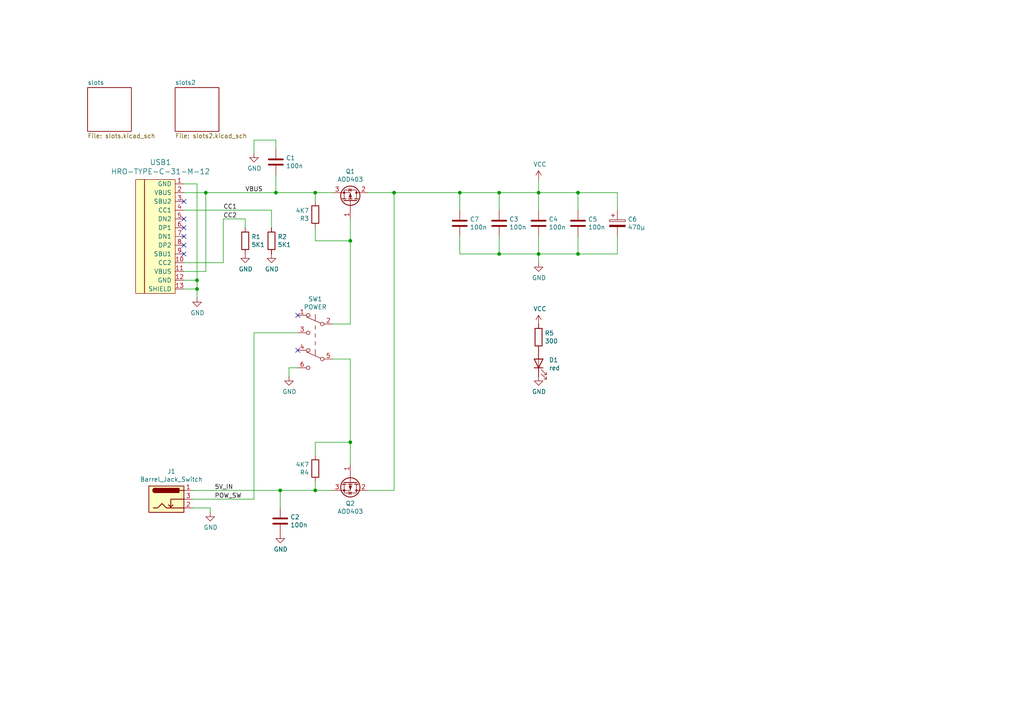
<source format=kicad_sch>
(kicad_sch (version 20230121) (generator eeschema)
  (paper "A4")
  (title_block (title "Mini8086 backplane") (rev "2.1"))
  (lib_symbols
    (symbol "Connector:Barrel_Jack_Switch" (pin_names hide)
      (property "Reference" "J" (at 0 5.334 0))
      (property "Value" "Barrel_Jack_Switch" (at 0 -5.08 0))
      (symbol "Barrel_Jack_Switch_0_1"
        (rectangle (start -5.08 3.81) (end 5.08 -3.81) (stroke (width 0.254)) (fill (type background)))
        (arc (start -3.302 3.175) (mid -3.9343 2.54) (end -3.302 1.905) (stroke (width 0.254)))
        (arc (start -3.302 3.175) (mid -3.9343 2.54) (end -3.302 1.905) (stroke (width 0.254)) (fill (type outline)))
        (polyline (pts (xy 1.27 -2.286) (xy 1.905 -1.651)) (stroke (width 0.254)))
        (polyline (pts (xy 5.08 2.54) (xy 3.81 2.54)) (stroke (width 0.254)))
        (polyline (pts (xy 5.08 0) (xy 1.27 0) (xy 1.27 -2.286) (xy 0.635 -1.651)) (stroke (width 0.254)))
        (polyline (pts (xy -3.81 -2.54) (xy -2.54 -2.54) (xy -1.27 -1.27) (xy 0 -2.54) (xy 2.54 -2.54) (xy 5.08 -2.54)) (stroke (width 0.254)))
        (rectangle (start 3.683 3.175) (end -3.302 1.905) (stroke (width 0.254)) (fill (type outline)))
      )
      (symbol "Barrel_Jack_Switch_1_1"
        (pin passive line (at 7.62 2.54 180) (length 2.54) (name "~") (number "1"))
        (pin passive line (at 7.62 -2.54 180) (length 2.54) (name "~") (number "2"))
        (pin passive line (at 7.62 0 180) (length 2.54) (name "~") (number "3"))
      )
    )
    (symbol "Device:C" (pin_numbers hide) (pin_names (offset 0.254))
      (property "Reference" "C" (at 0.635 2.54 0))
      (property "Value" "C" (at 0.635 -2.54 0))
      (symbol "C_0_1"
        (polyline (pts (xy -2.032 -0.762) (xy 2.032 -0.762)) (stroke (width 0.508)))
        (polyline (pts (xy -2.032 0.762) (xy 2.032 0.762)) (stroke (width 0.508)))
      )
      (symbol "C_1_1"
        (pin passive line (at 0 3.81 270) (length 2.794) (name "~") (number "1"))
        (pin passive line (at 0 -3.81 90) (length 2.794) (name "~") (number "2"))
      )
    )
    (symbol "Device:LED" (pin_numbers hide) (pin_names (offset 1.016) hide)
      (property "Reference" "D" (at 0 2.54 0))
      (property "Value" "LED" (at 0 -2.54 0))
      (symbol "LED_0_1"
        (polyline (pts (xy -1.27 -1.27) (xy -1.27 1.27)) (stroke (width 0.254)))
        (polyline (pts (xy -1.27 0) (xy 1.27 0)))
        (polyline (pts (xy 1.27 -1.27) (xy 1.27 1.27) (xy -1.27 0) (xy 1.27 -1.27)) (stroke (width 0.254)))
        (polyline (pts (xy -3.048 -0.762) (xy -4.572 -2.286) (xy -3.81 -2.286) (xy -4.572 -2.286) (xy -4.572 -1.524)))
        (polyline (pts (xy -1.778 -0.762) (xy -3.302 -2.286) (xy -2.54 -2.286) (xy -3.302 -2.286) (xy -3.302 -1.524)))
      )
      (symbol "LED_1_1"
        (pin passive line (at -3.81 0 0) (length 2.54) (name "K") (number "1"))
        (pin passive line (at 3.81 0 180) (length 2.54) (name "A") (number "2"))
      )
    )
    (symbol "Device:R" (pin_numbers hide) (pin_names (offset 0))
      (property "Reference" "R" (at 2.032 0 90))
      (property "Value" "R" (at 0 0 90))
      (symbol "R_0_1"
        (rectangle (start -1.016 -2.54) (end 1.016 2.54) (stroke (width 0.254)))
      )
      (symbol "R_1_1"
        (pin passive line (at 0 3.81 270) (length 1.27) (name "~") (number "1"))
        (pin passive line (at 0 -3.81 90) (length 1.27) (name "~") (number "2"))
      )
    )
    (symbol "Switch:SW_Push_DPDT" (pin_names (offset 0) hide)
      (property "Reference" "SW" (at 0 8.89 0))
      (property "Value" "SW_Push_DPDT" (at 0 -10.16 0))
      (symbol "SW_Push_DPDT_0_0"
        (circle (center -2.032 -5.08) (radius 0.508))
        (circle (center -2.032 5.08) (radius 0.508))
        (circle (center 2.032 -7.62) (radius 0.508))
        (circle (center 2.032 2.54) (radius 0.508))
      )
      (symbol "SW_Push_DPDT_0_1"
        (polyline (pts (xy -1.524 -4.826) (xy 2.54 -3.048)))
        (polyline (pts (xy -1.524 5.334) (xy 2.54 7.112)))
        (polyline (pts (xy 0 -2.286) (xy 0 -4.064)))
        (polyline (pts (xy 0 -1.016) (xy 0 0)))
        (polyline (pts (xy 0 1.27) (xy 0 2.286)))
        (polyline (pts (xy 0 3.556) (xy 0 4.572)))
        (polyline (pts (xy 0 7.874) (xy 0 6.096)))
        (circle (center 2.032 -2.54) (radius 0.508))
        (circle (center 2.032 7.62) (radius 0.508))
      )
      (symbol "SW_Push_DPDT_1_1"
        (pin passive line (at 5.08 7.62 180) (length 2.54) (name "A") (number "1"))
        (pin passive line (at -5.08 5.08 0) (length 2.54) (name "B") (number "2"))
        (pin passive line (at 5.08 2.54 180) (length 2.54) (name "C") (number "3"))
        (pin passive line (at 5.08 -2.54 180) (length 2.54) (name "A") (number "4"))
        (pin passive line (at -5.08 -5.08 0) (length 2.54) (name "B") (number "5"))
        (pin passive line (at 5.08 -7.62 180) (length 2.54) (name "C") (number "6"))
      )
    )
    (symbol "Transistor_FET:QM6015D" (pin_names hide)
      (property "Reference" "Q" (at 5.08 1.905 0))
      (property "Value" "QM6015D" (at 5.08 0 0))
      (symbol "QM6015D_0_1"
        (polyline (pts (xy 0.254 0) (xy -2.54 0)))
        (polyline (pts (xy 0.254 1.905) (xy 0.254 -1.905)) (stroke (width 0.254)))
        (polyline (pts (xy 0.762 -1.27) (xy 0.762 -2.286)) (stroke (width 0.254)))
        (polyline (pts (xy 0.762 0.508) (xy 0.762 -0.508)) (stroke (width 0.254)))
        (polyline (pts (xy 0.762 2.286) (xy 0.762 1.27)) (stroke (width 0.254)))
        (polyline (pts (xy 2.54 2.54) (xy 2.54 1.778)))
        (polyline (pts (xy 2.54 -2.54) (xy 2.54 0) (xy 0.762 0)))
        (polyline (pts (xy 0.762 1.778) (xy 3.302 1.778) (xy 3.302 -1.778) (xy 0.762 -1.778)))
        (polyline (pts (xy 2.286 0) (xy 1.27 0.381) (xy 1.27 -0.381) (xy 2.286 0)) (fill (type outline)))
        (polyline (pts (xy 2.794 -0.508) (xy 2.921 -0.381) (xy 3.683 -0.381) (xy 3.81 -0.254)))
        (polyline (pts (xy 3.302 -0.381) (xy 2.921 0.254) (xy 3.683 0.254) (xy 3.302 -0.381)))
        (circle (center 1.651 0) (radius 2.794) (stroke (width 0.254)))
        (circle (center 2.54 -1.778) (radius 0.254) (fill (type outline)))
        (circle (center 2.54 1.778) (radius 0.254) (fill (type outline)))
      )
      (symbol "QM6015D_1_1"
        (pin passive line (at -5.08 0 0) (length 2.54) (name "G") (number "1"))
        (pin passive line (at 2.54 5.08 270) (length 2.54) (name "D") (number "2"))
        (pin passive line (at 2.54 -5.08 90) (length 2.54) (name "S") (number "3"))
      )
    )
    (symbol "backplane-rescue:CP-Device" (pin_numbers hide) (pin_names (offset 0.254))
      (property "Reference" "C" (at 0.635 2.54 0))
      (property "Value" "Device_CP" (at 0.635 -2.54 0))
      (symbol "CP-Device_0_1"
        (rectangle (start -2.286 0.508) (end 2.286 1.016))
        (polyline (pts (xy -1.778 2.286) (xy -0.762 2.286)))
        (polyline (pts (xy -1.27 2.794) (xy -1.27 1.778)))
        (rectangle (start 2.286 -0.508) (end -2.286 -1.016) (fill (type outline)))
      )
      (symbol "CP-Device_1_1"
        (pin passive line (at 0 3.81 270) (length 2.794) (name "~") (number "1"))
        (pin passive line (at 0 -3.81 90) (length 2.794) (name "~") (number "2"))
      )
    )
    (symbol "backplane-rescue:HRO-TYPE-C-31-M-12-Type-C" (pin_names (offset 1.016))
      (property "Reference" "USB" (at -5.08 16.51 0))
      (property "Value" "HRO-TYPE-C-31-M-12-Type-C" (at -10.16 -1.27 90))
      (symbol "HRO-TYPE-C-31-M-12-Type-C_0_1"
        (rectangle (start -11.43 15.24) (end -8.89 -17.78) (fill (type background)))
        (rectangle (start 0 -17.78) (end -8.89 15.24) (fill (type background)))
      )
      (symbol "HRO-TYPE-C-31-M-12-Type-C_1_1"
        (pin input line (at 2.54 13.97 180) (length 2.54) (name "GND") (number "1"))
        (pin input line (at 2.54 -8.89 180) (length 2.54) (name "CC2") (number "10"))
        (pin input line (at 2.54 -11.43 180) (length 2.54) (name "VBUS") (number "11"))
        (pin input line (at 2.54 -13.97 180) (length 2.54) (name "GND") (number "12"))
        (pin input line (at 2.54 -16.51 180) (length 2.54) (name "SHIELD") (number "13"))
        (pin input line (at 2.54 11.43 180) (length 2.54) (name "VBUS") (number "2"))
        (pin input line (at 2.54 8.89 180) (length 2.54) (name "SBU2") (number "3"))
        (pin input line (at 2.54 6.35 180) (length 2.54) (name "CC1") (number "4"))
        (pin input line (at 2.54 3.81 180) (length 2.54) (name "DN2") (number "5"))
        (pin input line (at 2.54 1.27 180) (length 2.54) (name "DP1") (number "6"))
        (pin input line (at 2.54 -1.27 180) (length 2.54) (name "DN1") (number "7"))
        (pin input line (at 2.54 -3.81 180) (length 2.54) (name "DP2") (number "8"))
        (pin input line (at 2.54 -6.35 180) (length 2.54) (name "SBU1") (number "9"))
      )
    )
    (symbol "power:GND" (power) (pin_names (offset 0))
      (property "Value" "GND" (at 0 -3.81 0))
      (symbol "GND_0_1"
        (polyline (pts (xy 0 0) (xy 0 -1.27) (xy 1.27 -1.27) (xy 0 -2.54) (xy -1.27 -1.27) (xy 0 -1.27)))
      )
      (symbol "GND_1_1"
        (pin power_in line (at 0 0 270) (length 0) hide (name "GND") (number "1"))
      )
    )
    (symbol "power:VCC" (power) (pin_names (offset 0))
      (property "Value" "VCC" (at 0 3.81 0))
      (symbol "VCC_0_1"
        (polyline (pts (xy -0.762 1.27) (xy 0 2.54)))
        (polyline (pts (xy 0 0) (xy 0 2.54)))
        (polyline (pts (xy 0 2.54) (xy 0.762 1.27)))
      )
      (symbol "VCC_1_1"
        (pin power_in line (at 0 0 90) (length 0) hide (name "VCC") (number "1"))
      )
    )
  )
  (junction (at 59.69 55.88))
  (junction (at 156.21 73.66))
  (junction (at 80.01 55.88))
  (junction (at 57.15 81.28))
  (junction (at 167.64 73.66))
  (junction (at 156.21 55.88))
  (junction (at 144.78 55.88))
  (junction (at 57.15 83.82))
  (junction (at 114.3 55.88))
  (junction (at 101.6 69.85))
  (junction (at 133.35 55.88))
  (junction (at 167.64 55.88))
  (junction (at 91.44 55.88))
  (junction (at 81.28 142.24))
  (junction (at 144.78 73.66))
  (junction (at 91.44 142.24))
  (junction (at 101.6 128.27))
  (no_connect (at 86.36 101.6))
  (no_connect (at 86.36 91.44))
  (no_connect (at 53.34 71.12))
  (no_connect (at 53.34 63.5))
  (no_connect (at 53.34 66.04))
  (no_connect (at 53.34 68.58))
  (no_connect (at 53.34 73.66))
  (no_connect (at 53.34 58.42))
  (wire (pts (xy 101.6 134.62) (xy 101.6 128.27)))
  (wire (pts (xy 144.78 55.88) (xy 133.35 55.88)))
  (wire (pts (xy 64.77 76.2) (xy 64.77 63.5)))
  (wire (pts (xy 101.6 69.85) (xy 101.6 63.5)))
  (wire (pts (xy 80.01 40.64) (xy 73.66 40.64)))
  (wire (pts (xy 71.12 63.5) (xy 71.12 66.04)))
  (wire (pts (xy 101.6 128.27) (xy 91.44 128.27)))
  (wire (pts (xy 59.69 55.88) (xy 80.01 55.88)))
  (wire (pts (xy 60.96 147.32) (xy 60.96 148.59)))
  (wire (pts (xy 55.88 144.78) (xy 73.66 144.78)))
  (wire (pts (xy 83.82 106.68) (xy 83.82 109.22)))
  (wire (pts (xy 80.01 55.88) (xy 91.44 55.88)))
  (wire (pts (xy 78.74 60.96) (xy 78.74 66.04)))
  (wire (pts (xy 55.88 142.24) (xy 81.28 142.24)))
  (wire (pts (xy 59.69 78.74) (xy 59.69 55.88)))
  (wire (pts (xy 57.15 53.34) (xy 53.34 53.34)))
  (wire (pts (xy 144.78 60.96) (xy 144.78 55.88)))
  (wire (pts (xy 80.01 55.88) (xy 80.01 50.8)))
  (wire (pts (xy 91.44 128.27) (xy 91.44 132.08)))
  (wire (pts (xy 91.44 58.42) (xy 91.44 55.88)))
  (wire (pts (xy 133.35 73.66) (xy 133.35 68.58)))
  (wire (pts (xy 156.21 68.58) (xy 156.21 73.66)))
  (wire (pts (xy 57.15 83.82) (xy 53.34 83.82)))
  (wire (pts (xy 55.88 147.32) (xy 60.96 147.32)))
  (wire (pts (xy 144.78 68.58) (xy 144.78 73.66)))
  (wire (pts (xy 179.07 55.88) (xy 167.64 55.88)))
  (wire (pts (xy 57.15 81.28) (xy 57.15 83.82)))
  (wire (pts (xy 53.34 55.88) (xy 59.69 55.88)))
  (wire (pts (xy 179.07 73.66) (xy 167.64 73.66)))
  (wire (pts (xy 144.78 73.66) (xy 156.21 73.66)))
  (wire (pts (xy 91.44 66.04) (xy 91.44 69.85)))
  (wire (pts (xy 167.64 55.88) (xy 156.21 55.88)))
  (wire (pts (xy 64.77 63.5) (xy 71.12 63.5)))
  (wire (pts (xy 156.21 73.66) (xy 156.21 76.2)))
  (wire (pts (xy 179.07 68.58) (xy 179.07 73.66)))
  (wire (pts (xy 106.68 142.24) (xy 114.3 142.24)))
  (wire (pts (xy 156.21 73.66) (xy 167.64 73.66)))
  (wire (pts (xy 53.34 78.74) (xy 59.69 78.74)))
  (wire (pts (xy 156.21 60.96) (xy 156.21 55.88)))
  (wire (pts (xy 156.21 55.88) (xy 156.21 52.07)))
  (wire (pts (xy 81.28 147.32) (xy 81.28 142.24)))
  (wire (pts (xy 86.36 106.68) (xy 83.82 106.68)))
  (wire (pts (xy 73.66 96.52) (xy 86.36 96.52)))
  (wire (pts (xy 91.44 142.24) (xy 96.52 142.24)))
  (wire (pts (xy 73.66 144.78) (xy 73.66 96.52)))
  (wire (pts (xy 53.34 60.96) (xy 78.74 60.96)))
  (wire (pts (xy 96.52 104.14) (xy 101.6 104.14)))
  (wire (pts (xy 144.78 55.88) (xy 156.21 55.88)))
  (wire (pts (xy 167.64 73.66) (xy 167.64 68.58)))
  (wire (pts (xy 96.52 93.98) (xy 101.6 93.98)))
  (wire (pts (xy 133.35 55.88) (xy 114.3 55.88)))
  (wire (pts (xy 167.64 60.96) (xy 167.64 55.88)))
  (wire (pts (xy 57.15 86.36) (xy 57.15 83.82)))
  (wire (pts (xy 91.44 55.88) (xy 96.52 55.88)))
  (wire (pts (xy 114.3 55.88) (xy 114.3 142.24)))
  (wire (pts (xy 106.68 55.88) (xy 114.3 55.88)))
  (wire (pts (xy 80.01 43.18) (xy 80.01 40.64)))
  (wire (pts (xy 101.6 93.98) (xy 101.6 69.85)))
  (wire (pts (xy 81.28 142.24) (xy 91.44 142.24)))
  (wire (pts (xy 91.44 69.85) (xy 101.6 69.85)))
  (wire (pts (xy 57.15 81.28) (xy 57.15 53.34)))
  (wire (pts (xy 73.66 40.64) (xy 73.66 44.45)))
  (wire (pts (xy 133.35 55.88) (xy 133.35 60.96)))
  (wire (pts (xy 53.34 76.2) (xy 64.77 76.2)))
  (wire (pts (xy 91.44 139.7) (xy 91.44 142.24)))
  (wire (pts (xy 53.34 81.28) (xy 57.15 81.28)))
  (wire (pts (xy 179.07 60.96) (xy 179.07 55.88)))
  (wire (pts (xy 101.6 104.14) (xy 101.6 128.27)))
  (wire (pts (xy 144.78 73.66) (xy 133.35 73.66)))
  (label "POW_SW" (at 62.23 144.78 0))
  (label "5V_IN" (at 62.23 142.24 0))
  (label "VBUS" (at 71.12 55.88 0))
  (label "CC1" (at 64.77 60.96 0))
  (label "CC2" (at 64.77 63.5 0))
  (symbol (lib_id "Connector:Barrel_Jack_Switch") (at 48.26 144.78 0) (unit 1)
    (property "Reference" "J1" (at 49.7078 136.7282 0))
    (property "Value" "Barrel_Jack_Switch" (at 49.7078 139.0396 0))
    (property "Footprint" "Connector_BarrelJack:BarrelJack_Horizontal" (effects hide))
  )
  (symbol (lib_id "power:GND") (at 57.15 86.36 0) (unit 1)
    (property "Reference" "#PWR02" (effects hide))
    (property "Value" "GND" (at 57.277 90.7542 0))
  )
  (symbol (lib_id "Device:R") (at 71.12 69.85 0) (unit 1)
    (property "Reference" "R1" (at 72.898 68.6816 0) (effects (justify left)))
    (property "Value" "5K1" (at 72.898 70.993 0) (effects (justify left)))
    (property "Footprint" "Resistor_SMD:R_1206_3216Metric" (effects hide))
  )
  (symbol (lib_id "Device:R") (at 78.74 69.85 0) (unit 1)
    (property "Reference" "R2" (at 80.518 68.6816 0) (effects (justify left)))
    (property "Value" "5K1" (at 80.518 70.993 0) (effects (justify left)))
    (property "Footprint" "Resistor_SMD:R_1206_3216Metric" (effects hide))
  )
  (symbol (lib_id "power:GND") (at 71.12 73.66 0) (unit 1)
    (property "Reference" "#PWR04" (effects hide))
    (property "Value" "GND" (at 71.247 78.0542 0))
  )
  (symbol (lib_id "power:GND") (at 78.74 73.66 0) (unit 1)
    (property "Reference" "#PWR05" (effects hide))
    (property "Value" "GND" (at 78.867 78.0542 0))
  )
  (symbol (lib_id "power:GND") (at 60.96 148.59 0) (unit 1)
    (property "Reference" "#PWR03" (effects hide))
    (property "Value" "GND" (at 61.087 152.9842 0))
  )
  (symbol (lib_id "power:VCC") (at 156.21 52.07 0) (unit 1)
    (property "Reference" "#PWR09" (effects hide))
    (property "Value" "VCC" (at 156.591 47.6758 0))
  )
  (symbol (lib_id "Device:R") (at 91.44 135.89 180) (unit 1)
    (property "Reference" "R4" (at 89.662 137.0584 0) (effects (justify left)))
    (property "Value" "4K7" (at 89.662 134.747 0) (effects (justify left)))
    (property "Footprint" "Resistor_SMD:R_1206_3216Metric" (effects hide))
  )
  (symbol (lib_id "Device:C") (at 144.78 64.77 0) (unit 1)
    (property "Reference" "C3" (at 147.701 63.6016 0) (effects (justify left)))
    (property "Value" "100n" (at 147.701 65.913 0) (effects (justify left)))
    (property "Footprint" "Capacitor_THT:C_Disc_D5.0mm_W2.5mm_P5.00mm" (effects hide))
  )
  (symbol (lib_id "Device:C") (at 156.21 64.77 0) (unit 1)
    (property "Reference" "C4" (at 159.131 63.6016 0) (effects (justify left)))
    (property "Value" "100n" (at 159.131 65.913 0) (effects (justify left)))
    (property "Footprint" "Capacitor_THT:C_Disc_D5.0mm_W2.5mm_P5.00mm" (effects hide))
  )
  (symbol (lib_id "Device:C") (at 167.64 64.77 0) (unit 1)
    (property "Reference" "C5" (at 170.561 63.6016 0) (effects (justify left)))
    (property "Value" "100n" (at 170.561 65.913 0) (effects (justify left)))
    (property "Footprint" "Capacitor_THT:C_Disc_D5.0mm_W2.5mm_P5.00mm" (effects hide))
  )
  (symbol (lib_id "power:GND") (at 156.21 76.2 0) (unit 1)
    (property "Reference" "#PWR010" (effects hide))
    (property "Value" "GND" (at 156.337 80.5942 0))
  )
  (symbol (lib_id "backplane-rescue:CP-Device") (at 179.07 64.77 0) (unit 1)
    (property "Reference" "C6" (at 182.0672 63.6016 0) (effects (justify left)))
    (property "Value" "470µ" (at 182.0672 65.913 0) (effects (justify left)))
    (property "Footprint" "Capacitor_THT:CP_Radial_D8.0mm_P3.80mm" (effects hide))
  )
  (symbol (lib_id "Device:R") (at 156.21 97.79 0) (unit 1)
    (property "Reference" "R5" (at 157.988 96.6216 0) (effects (justify left)))
    (property "Value" "300" (at 157.988 98.933 0) (effects (justify left)))
    (property "Footprint" "Resistor_SMD:R_1206_3216Metric" (effects hide))
  )
  (symbol (lib_id "Device:LED") (at 156.21 105.41 90) (unit 1)
    (property "Reference" "D1" (at 159.2072 104.4194 90) (effects (justify right)))
    (property "Value" "red" (at 159.2072 106.7308 90) (effects (justify right)))
    (property "Footprint" "LED_SMD:LED_1206_3216Metric_Castellated" (effects hide))
  )
  (symbol (lib_id "power:GND") (at 156.21 109.22 0) (unit 1)
    (property "Reference" "#PWR012" (effects hide))
    (property "Value" "GND" (at 156.337 113.6142 0))
  )
  (symbol (lib_id "power:VCC") (at 156.21 93.98 0) (unit 1)
    (property "Reference" "#PWR011" (effects hide))
    (property "Value" "VCC" (at 156.591 89.5858 0))
  )
  (symbol (lib_id "Device:R") (at 91.44 62.23 180) (unit 1)
    (property "Reference" "R3" (at 89.662 63.3984 0) (effects (justify left)))
    (property "Value" "4K7" (at 89.662 61.087 0) (effects (justify left)))
    (property "Footprint" "Resistor_SMD:R_1206_3216Metric" (effects hide))
  )
  (symbol (lib_id "Switch:SW_Push_DPDT") (at 91.44 99.06 0) (mirror y) (unit 1)
    (property "Reference" "SW1" (at 91.44 86.741 0))
    (property "Value" "POWER" (at 91.44 89.0524 0))
    (property "Footprint" "Mini8086:Button" (effects hide))
  )
  (symbol (lib_id "power:GND") (at 83.82 109.22 0) (unit 1)
    (property "Reference" "#PWR06" (effects hide))
    (property "Value" "GND" (at 83.947 113.6142 0))
  )
  (symbol (lib_id "Device:C") (at 81.28 151.13 0) (unit 1)
    (property "Reference" "C2" (at 84.201 149.9616 0) (effects (justify left)))
    (property "Value" "100n" (at 84.201 152.273 0) (effects (justify left)))
    (property "Footprint" "Capacitor_SMD:C_1206_3216Metric" (effects hide))
  )
  (symbol (lib_id "Device:C") (at 80.01 46.99 0) (unit 1)
    (property "Reference" "C1" (at 82.931 45.8216 0) (effects (justify left)))
    (property "Value" "100n" (at 82.931 48.133 0) (effects (justify left)))
    (property "Footprint" "Capacitor_SMD:C_1206_3216Metric" (effects hide))
  )
  (symbol (lib_id "power:GND") (at 81.28 154.94 0) (unit 1)
    (property "Reference" "#PWR08" (effects hide))
    (property "Value" "GND" (at 81.407 159.3342 0))
  )
  (symbol (lib_id "power:GND") (at 73.66 44.45 0) (unit 1)
    (property "Reference" "#PWR07" (effects hide))
    (property "Value" "GND" (at 73.787 48.8442 0))
  )
  (symbol (lib_id "Transistor_FET:QM6015D") (at 101.6 58.42 270) (mirror x) (unit 1)
    (property "Reference" "Q1" (at 101.6 49.7332 90))
    (property "Value" "AOD403" (at 101.6 52.0446 90))
    (property "Footprint" "Package_TO_SOT_SMD:TO-252-2" (effects hide))
    (property "Datasheet" "http://www.jaolen.com/images/pdf/QM6015D.pdf" (effects hide))
  )
  (symbol (lib_id "Transistor_FET:QM6015D") (at 101.6 139.7 270) (unit 1)
    (property "Reference" "Q2" (at 101.6 146.0246 90))
    (property "Value" "AOD403" (at 101.6 148.336 90))
    (property "Footprint" "Package_TO_SOT_SMD:TO-252-2" (effects hide))
    (property "Datasheet" "http://www.jaolen.com/images/pdf/QM6015D.pdf" (effects hide))
  )
  (symbol (lib_id "Device:C") (at 133.35 64.77 0) (unit 1)
    (property "Reference" "C7" (at 136.271 63.6016 0) (effects (justify left)))
    (property "Value" "100n" (at 136.271 65.913 0) (effects (justify left)))
    (property "Footprint" "Capacitor_THT:C_Disc_D5.0mm_W2.5mm_P5.00mm" (effects hide))
  )
  (symbol (lib_id "backplane-rescue:HRO-TYPE-C-31-M-12-Type-C") (at 50.8 67.31 0) (unit 1)
    (property "Reference" "USB1" (at 46.5582 47.0662 0) (effects (font (size 1.524 1.524))))
    (property "Value" "HRO-TYPE-C-31-M-12" (at 46.5582 49.7586 0) (effects (font (size 1.524 1.524))))
    (property "Footprint" "Mini8086:HRO-TYPE-C-31-M-12" (effects hide))
  )
  (sheet (at 25.4 25.4) (size 12.7 12.7)
    (property "Sheetname" "slots" (at 25.4 24.6884 0) (effects (justify left bottom)))
    (property "Sheetfile" "slots.kicad_sch" (at 25.4 38.6846 0) (effects (justify left top)))
  )
  (sheet (at 50.8 25.4) (size 12.7 12.7)
    (property "Sheetname" "slots2" (at 50.8 24.6884 0) (effects (justify left bottom)))
    (property "Sheetfile" "slots2.kicad_sch" (at 50.8 38.6846 0) (effects (justify left top)))
  )
)
</source>
